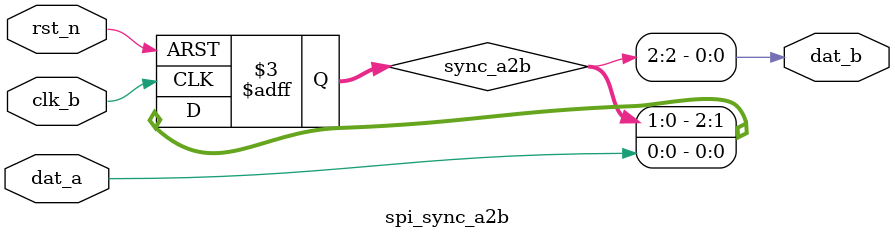
<source format=v>

module spi_sync_a2b(
					rst_n,
					clk_b,
					dat_a,
					dat_b
					);
input	rst_n;
input	clk_b;
input	dat_a;
output	dat_b;

reg[2:0]	sync_a2b;

always@(posedge clk_b or negedge rst_n) begin
	if(!rst_n)
		sync_a2b <= 3'b000;
	else
		sync_a2b <= {sync_a2b[1:0], dat_a};
end

assign	dat_b = sync_a2b[2];

endmodule
</source>
